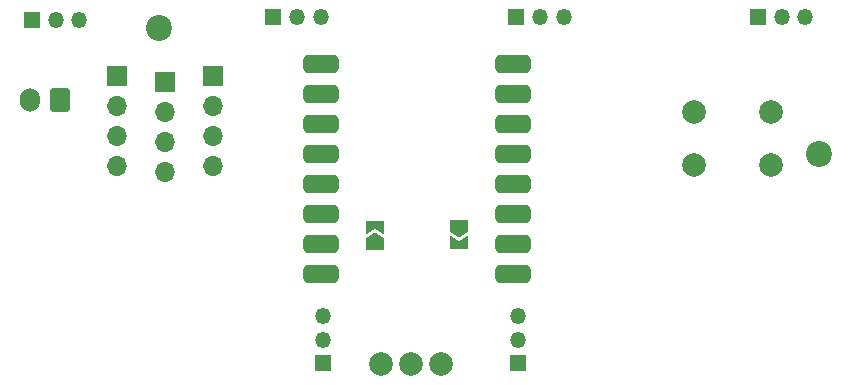
<source format=gbr>
%TF.GenerationSoftware,KiCad,Pcbnew,7.0.7*%
%TF.CreationDate,2024-08-10T15:19:48-05:00*%
%TF.ProjectId,LASK5,4c41534b-352e-46b6-9963-61645f706362,rev?*%
%TF.SameCoordinates,Original*%
%TF.FileFunction,Soldermask,Bot*%
%TF.FilePolarity,Negative*%
%FSLAX46Y46*%
G04 Gerber Fmt 4.6, Leading zero omitted, Abs format (unit mm)*
G04 Created by KiCad (PCBNEW 7.0.7) date 2024-08-10 15:19:48*
%MOMM*%
%LPD*%
G01*
G04 APERTURE LIST*
G04 Aperture macros list*
%AMRoundRect*
0 Rectangle with rounded corners*
0 $1 Rounding radius*
0 $2 $3 $4 $5 $6 $7 $8 $9 X,Y pos of 4 corners*
0 Add a 4 corners polygon primitive as box body*
4,1,4,$2,$3,$4,$5,$6,$7,$8,$9,$2,$3,0*
0 Add four circle primitives for the rounded corners*
1,1,$1+$1,$2,$3*
1,1,$1+$1,$4,$5*
1,1,$1+$1,$6,$7*
1,1,$1+$1,$8,$9*
0 Add four rect primitives between the rounded corners*
20,1,$1+$1,$2,$3,$4,$5,0*
20,1,$1+$1,$4,$5,$6,$7,0*
20,1,$1+$1,$6,$7,$8,$9,0*
20,1,$1+$1,$8,$9,$2,$3,0*%
%AMFreePoly0*
4,1,6,1.000000,0.000000,0.500000,-0.750000,-0.500000,-0.750000,-0.500000,0.750000,0.500000,0.750000,1.000000,0.000000,1.000000,0.000000,$1*%
%AMFreePoly1*
4,1,6,0.500000,-0.750000,-0.650000,-0.750000,-0.150000,0.000000,-0.650000,0.750000,0.500000,0.750000,0.500000,-0.750000,0.500000,-0.750000,$1*%
G04 Aperture macros list end*
%ADD10R,1.350000X1.350000*%
%ADD11O,1.350000X1.350000*%
%ADD12C,2.200000*%
%ADD13C,2.000000*%
%ADD14R,1.700000X1.700000*%
%ADD15O,1.700000X1.700000*%
%ADD16RoundRect,0.381000X-1.119000X-0.381000X1.119000X-0.381000X1.119000X0.381000X-1.119000X0.381000X0*%
%ADD17RoundRect,0.250000X0.600000X0.750000X-0.600000X0.750000X-0.600000X-0.750000X0.600000X-0.750000X0*%
%ADD18O,1.700000X2.000000*%
%ADD19FreePoly0,90.000000*%
%ADD20FreePoly1,90.000000*%
%ADD21FreePoly0,270.000000*%
%ADD22FreePoly1,270.000000*%
G04 APERTURE END LIST*
D10*
%TO.C,H2*%
X139732000Y-68167600D03*
D11*
X141732000Y-68167600D03*
X143732000Y-68167600D03*
%TD*%
D10*
%TO.C,H6*%
X160419000Y-97463600D03*
D11*
X160419000Y-95463600D03*
X160419000Y-93463600D03*
%TD*%
D12*
%TO.C,H8*%
X130048000Y-69088000D03*
%TD*%
D13*
%TO.C,SW2*%
X175364000Y-76200000D03*
X181864000Y-76200000D03*
X175364000Y-80700000D03*
X181864000Y-80700000D03*
%TD*%
D14*
%TO.C,J3*%
X126492000Y-73152000D03*
D15*
X126492000Y-75692000D03*
X126492000Y-78232000D03*
X126492000Y-80772000D03*
%TD*%
D16*
%TO.C,U3*%
X160012000Y-89916000D03*
X160012000Y-87376000D03*
X160012000Y-84836000D03*
X160012000Y-82296000D03*
X160012000Y-79756000D03*
X143772000Y-72136000D03*
X143772000Y-74676000D03*
X143772000Y-77216000D03*
X143772000Y-79756000D03*
X143772000Y-82296000D03*
X143772000Y-84836000D03*
X143772000Y-87376000D03*
X143772000Y-89916000D03*
X160012000Y-72136000D03*
X160012000Y-74676000D03*
X160012000Y-77216000D03*
%TD*%
D13*
%TO.C,SW1*%
X153924000Y-97536000D03*
X151384000Y-97536000D03*
X148844000Y-97536000D03*
%TD*%
D10*
%TO.C,H4*%
X180753000Y-68167600D03*
D11*
X182753000Y-68167600D03*
X184753000Y-68167600D03*
%TD*%
D12*
%TO.C,H7*%
X185928000Y-79756000D03*
%TD*%
D14*
%TO.C,J4*%
X130556000Y-73660000D03*
D15*
X130556000Y-76200000D03*
X130556000Y-78740000D03*
X130556000Y-81280000D03*
%TD*%
D17*
%TO.C,J5*%
X121646000Y-75191500D03*
D18*
X119146000Y-75191500D03*
%TD*%
D10*
%TO.C,H5*%
X143919000Y-97463600D03*
D11*
X143919000Y-95463600D03*
X143919000Y-93463600D03*
%TD*%
D10*
%TO.C,H1*%
X119285000Y-68398600D03*
D11*
X121285000Y-68398600D03*
X123285000Y-68398600D03*
%TD*%
D10*
%TO.C,H3*%
X160306000Y-68167600D03*
D11*
X162306000Y-68167600D03*
X164306000Y-68167600D03*
%TD*%
D14*
%TO.C,J1*%
X134620000Y-73152000D03*
D15*
X134620000Y-75692000D03*
X134620000Y-78232000D03*
X134620000Y-80772000D03*
%TD*%
D19*
%TO.C,JPH5-LFT1*%
X148336000Y-87376000D03*
D20*
X148336000Y-85926000D03*
%TD*%
D21*
%TO.C,JPH6-RHT1*%
X155448000Y-85852000D03*
D22*
X155448000Y-87302000D03*
%TD*%
M02*

</source>
